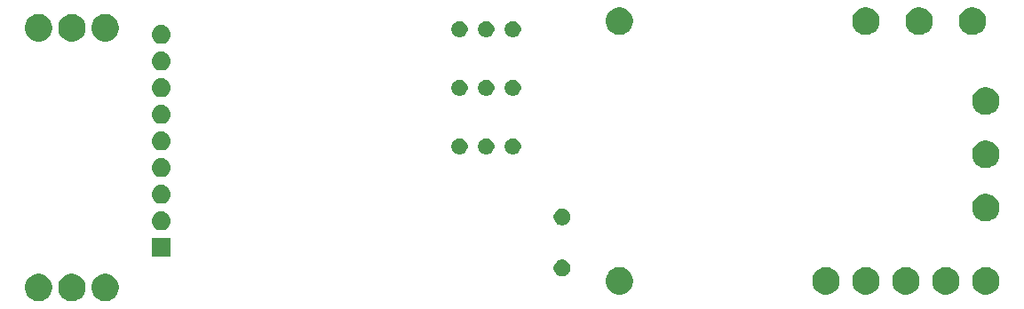
<source format=gbs>
G04 #@! TF.GenerationSoftware,KiCad,Pcbnew,(5.1.2)-1*
G04 #@! TF.CreationDate,2020-06-24T19:39:35+03:00*
G04 #@! TF.ProjectId,vector06c-rgb2tv,76656374-6f72-4303-9663-2d7267623274,rev?*
G04 #@! TF.SameCoordinates,Original*
G04 #@! TF.FileFunction,Soldermask,Bot*
G04 #@! TF.FilePolarity,Negative*
%FSLAX46Y46*%
G04 Gerber Fmt 4.6, Leading zero omitted, Abs format (unit mm)*
G04 Created by KiCad (PCBNEW (5.1.2)-1) date 2020-06-24 19:39:35*
%MOMM*%
%LPD*%
G04 APERTURE LIST*
%ADD10C,0.100000*%
G04 APERTURE END LIST*
D10*
G36*
X99947487Y-120668996D02*
G01*
X100184253Y-120767068D01*
X100184255Y-120767069D01*
X100292235Y-120839219D01*
X100397339Y-120909447D01*
X100578553Y-121090661D01*
X100720932Y-121303747D01*
X100819004Y-121540513D01*
X100869000Y-121791861D01*
X100869000Y-122048139D01*
X100819004Y-122299487D01*
X100721035Y-122536004D01*
X100720931Y-122536255D01*
X100578553Y-122749339D01*
X100397339Y-122930553D01*
X100184255Y-123072931D01*
X100184254Y-123072932D01*
X100184253Y-123072932D01*
X99947487Y-123171004D01*
X99696139Y-123221000D01*
X99439861Y-123221000D01*
X99188513Y-123171004D01*
X98951747Y-123072932D01*
X98951746Y-123072932D01*
X98951745Y-123072931D01*
X98738661Y-122930553D01*
X98557447Y-122749339D01*
X98415069Y-122536255D01*
X98414965Y-122536004D01*
X98316996Y-122299487D01*
X98267000Y-122048139D01*
X98267000Y-121791861D01*
X98316996Y-121540513D01*
X98415068Y-121303747D01*
X98557447Y-121090661D01*
X98738661Y-120909447D01*
X98843765Y-120839219D01*
X98951745Y-120767069D01*
X98951747Y-120767068D01*
X99188513Y-120668996D01*
X99439861Y-120619000D01*
X99696139Y-120619000D01*
X99947487Y-120668996D01*
X99947487Y-120668996D01*
G37*
G36*
X103122487Y-120668996D02*
G01*
X103359253Y-120767068D01*
X103359255Y-120767069D01*
X103467235Y-120839219D01*
X103572339Y-120909447D01*
X103753553Y-121090661D01*
X103895932Y-121303747D01*
X103994004Y-121540513D01*
X104044000Y-121791861D01*
X104044000Y-122048139D01*
X103994004Y-122299487D01*
X103896035Y-122536004D01*
X103895931Y-122536255D01*
X103753553Y-122749339D01*
X103572339Y-122930553D01*
X103359255Y-123072931D01*
X103359254Y-123072932D01*
X103359253Y-123072932D01*
X103122487Y-123171004D01*
X102871139Y-123221000D01*
X102614861Y-123221000D01*
X102363513Y-123171004D01*
X102126747Y-123072932D01*
X102126746Y-123072932D01*
X102126745Y-123072931D01*
X101913661Y-122930553D01*
X101732447Y-122749339D01*
X101590069Y-122536255D01*
X101589965Y-122536004D01*
X101491996Y-122299487D01*
X101442000Y-122048139D01*
X101442000Y-121791861D01*
X101491996Y-121540513D01*
X101590068Y-121303747D01*
X101732447Y-121090661D01*
X101913661Y-120909447D01*
X102018765Y-120839219D01*
X102126745Y-120767069D01*
X102126747Y-120767068D01*
X102363513Y-120668996D01*
X102614861Y-120619000D01*
X102871139Y-120619000D01*
X103122487Y-120668996D01*
X103122487Y-120668996D01*
G37*
G36*
X106297487Y-120668996D02*
G01*
X106534253Y-120767068D01*
X106534255Y-120767069D01*
X106642235Y-120839219D01*
X106747339Y-120909447D01*
X106928553Y-121090661D01*
X107070932Y-121303747D01*
X107169004Y-121540513D01*
X107219000Y-121791861D01*
X107219000Y-122048139D01*
X107169004Y-122299487D01*
X107071035Y-122536004D01*
X107070931Y-122536255D01*
X106928553Y-122749339D01*
X106747339Y-122930553D01*
X106534255Y-123072931D01*
X106534254Y-123072932D01*
X106534253Y-123072932D01*
X106297487Y-123171004D01*
X106046139Y-123221000D01*
X105789861Y-123221000D01*
X105538513Y-123171004D01*
X105301747Y-123072932D01*
X105301746Y-123072932D01*
X105301745Y-123072931D01*
X105088661Y-122930553D01*
X104907447Y-122749339D01*
X104765069Y-122536255D01*
X104764965Y-122536004D01*
X104666996Y-122299487D01*
X104617000Y-122048139D01*
X104617000Y-121791861D01*
X104666996Y-121540513D01*
X104765068Y-121303747D01*
X104907447Y-121090661D01*
X105088661Y-120909447D01*
X105193765Y-120839219D01*
X105301745Y-120767069D01*
X105301747Y-120767068D01*
X105538513Y-120668996D01*
X105789861Y-120619000D01*
X106046139Y-120619000D01*
X106297487Y-120668996D01*
X106297487Y-120668996D01*
G37*
G36*
X186434487Y-120033996D02*
G01*
X186671253Y-120132068D01*
X186671255Y-120132069D01*
X186884339Y-120274447D01*
X187065553Y-120455661D01*
X187148372Y-120579608D01*
X187207932Y-120668747D01*
X187306004Y-120905513D01*
X187356000Y-121156861D01*
X187356000Y-121413139D01*
X187306004Y-121664487D01*
X187253243Y-121791863D01*
X187207931Y-121901255D01*
X187065553Y-122114339D01*
X186884339Y-122295553D01*
X186671255Y-122437931D01*
X186671254Y-122437932D01*
X186671253Y-122437932D01*
X186434487Y-122536004D01*
X186183139Y-122586000D01*
X185926861Y-122586000D01*
X185675513Y-122536004D01*
X185438747Y-122437932D01*
X185438746Y-122437932D01*
X185438745Y-122437931D01*
X185225661Y-122295553D01*
X185044447Y-122114339D01*
X184902069Y-121901255D01*
X184856757Y-121791863D01*
X184803996Y-121664487D01*
X184754000Y-121413139D01*
X184754000Y-121156861D01*
X184803996Y-120905513D01*
X184902068Y-120668747D01*
X184961629Y-120579608D01*
X185044447Y-120455661D01*
X185225661Y-120274447D01*
X185438745Y-120132069D01*
X185438747Y-120132068D01*
X185675513Y-120033996D01*
X185926861Y-119984000D01*
X186183139Y-119984000D01*
X186434487Y-120033996D01*
X186434487Y-120033996D01*
G37*
G36*
X182624487Y-120033996D02*
G01*
X182861253Y-120132068D01*
X182861255Y-120132069D01*
X183074339Y-120274447D01*
X183255553Y-120455661D01*
X183338372Y-120579608D01*
X183397932Y-120668747D01*
X183496004Y-120905513D01*
X183546000Y-121156861D01*
X183546000Y-121413139D01*
X183496004Y-121664487D01*
X183443243Y-121791863D01*
X183397931Y-121901255D01*
X183255553Y-122114339D01*
X183074339Y-122295553D01*
X182861255Y-122437931D01*
X182861254Y-122437932D01*
X182861253Y-122437932D01*
X182624487Y-122536004D01*
X182373139Y-122586000D01*
X182116861Y-122586000D01*
X181865513Y-122536004D01*
X181628747Y-122437932D01*
X181628746Y-122437932D01*
X181628745Y-122437931D01*
X181415661Y-122295553D01*
X181234447Y-122114339D01*
X181092069Y-121901255D01*
X181046757Y-121791863D01*
X180993996Y-121664487D01*
X180944000Y-121413139D01*
X180944000Y-121156861D01*
X180993996Y-120905513D01*
X181092068Y-120668747D01*
X181151629Y-120579608D01*
X181234447Y-120455661D01*
X181415661Y-120274447D01*
X181628745Y-120132069D01*
X181628747Y-120132068D01*
X181865513Y-120033996D01*
X182116861Y-119984000D01*
X182373139Y-119984000D01*
X182624487Y-120033996D01*
X182624487Y-120033996D01*
G37*
G36*
X190244487Y-120033996D02*
G01*
X190481253Y-120132068D01*
X190481255Y-120132069D01*
X190694339Y-120274447D01*
X190875553Y-120455661D01*
X190958372Y-120579608D01*
X191017932Y-120668747D01*
X191116004Y-120905513D01*
X191166000Y-121156861D01*
X191166000Y-121413139D01*
X191116004Y-121664487D01*
X191063243Y-121791863D01*
X191017931Y-121901255D01*
X190875553Y-122114339D01*
X190694339Y-122295553D01*
X190481255Y-122437931D01*
X190481254Y-122437932D01*
X190481253Y-122437932D01*
X190244487Y-122536004D01*
X189993139Y-122586000D01*
X189736861Y-122586000D01*
X189485513Y-122536004D01*
X189248747Y-122437932D01*
X189248746Y-122437932D01*
X189248745Y-122437931D01*
X189035661Y-122295553D01*
X188854447Y-122114339D01*
X188712069Y-121901255D01*
X188666757Y-121791863D01*
X188613996Y-121664487D01*
X188564000Y-121413139D01*
X188564000Y-121156861D01*
X188613996Y-120905513D01*
X188712068Y-120668747D01*
X188771629Y-120579608D01*
X188854447Y-120455661D01*
X189035661Y-120274447D01*
X189248745Y-120132069D01*
X189248747Y-120132068D01*
X189485513Y-120033996D01*
X189736861Y-119984000D01*
X189993139Y-119984000D01*
X190244487Y-120033996D01*
X190244487Y-120033996D01*
G37*
G36*
X178814487Y-120033996D02*
G01*
X179051253Y-120132068D01*
X179051255Y-120132069D01*
X179264339Y-120274447D01*
X179445553Y-120455661D01*
X179528372Y-120579608D01*
X179587932Y-120668747D01*
X179686004Y-120905513D01*
X179736000Y-121156861D01*
X179736000Y-121413139D01*
X179686004Y-121664487D01*
X179633243Y-121791863D01*
X179587931Y-121901255D01*
X179445553Y-122114339D01*
X179264339Y-122295553D01*
X179051255Y-122437931D01*
X179051254Y-122437932D01*
X179051253Y-122437932D01*
X178814487Y-122536004D01*
X178563139Y-122586000D01*
X178306861Y-122586000D01*
X178055513Y-122536004D01*
X177818747Y-122437932D01*
X177818746Y-122437932D01*
X177818745Y-122437931D01*
X177605661Y-122295553D01*
X177424447Y-122114339D01*
X177282069Y-121901255D01*
X177236757Y-121791863D01*
X177183996Y-121664487D01*
X177134000Y-121413139D01*
X177134000Y-121156861D01*
X177183996Y-120905513D01*
X177282068Y-120668747D01*
X177341629Y-120579608D01*
X177424447Y-120455661D01*
X177605661Y-120274447D01*
X177818745Y-120132069D01*
X177818747Y-120132068D01*
X178055513Y-120033996D01*
X178306861Y-119984000D01*
X178563139Y-119984000D01*
X178814487Y-120033996D01*
X178814487Y-120033996D01*
G37*
G36*
X175004487Y-120033996D02*
G01*
X175241253Y-120132068D01*
X175241255Y-120132069D01*
X175454339Y-120274447D01*
X175635553Y-120455661D01*
X175718372Y-120579608D01*
X175777932Y-120668747D01*
X175876004Y-120905513D01*
X175926000Y-121156861D01*
X175926000Y-121413139D01*
X175876004Y-121664487D01*
X175823243Y-121791863D01*
X175777931Y-121901255D01*
X175635553Y-122114339D01*
X175454339Y-122295553D01*
X175241255Y-122437931D01*
X175241254Y-122437932D01*
X175241253Y-122437932D01*
X175004487Y-122536004D01*
X174753139Y-122586000D01*
X174496861Y-122586000D01*
X174245513Y-122536004D01*
X174008747Y-122437932D01*
X174008746Y-122437932D01*
X174008745Y-122437931D01*
X173795661Y-122295553D01*
X173614447Y-122114339D01*
X173472069Y-121901255D01*
X173426757Y-121791863D01*
X173373996Y-121664487D01*
X173324000Y-121413139D01*
X173324000Y-121156861D01*
X173373996Y-120905513D01*
X173472068Y-120668747D01*
X173531629Y-120579608D01*
X173614447Y-120455661D01*
X173795661Y-120274447D01*
X174008745Y-120132069D01*
X174008747Y-120132068D01*
X174245513Y-120033996D01*
X174496861Y-119984000D01*
X174753139Y-119984000D01*
X175004487Y-120033996D01*
X175004487Y-120033996D01*
G37*
G36*
X155319487Y-120033996D02*
G01*
X155556253Y-120132068D01*
X155556255Y-120132069D01*
X155769339Y-120274447D01*
X155950553Y-120455661D01*
X156033372Y-120579608D01*
X156092932Y-120668747D01*
X156191004Y-120905513D01*
X156241000Y-121156861D01*
X156241000Y-121413139D01*
X156191004Y-121664487D01*
X156138243Y-121791863D01*
X156092931Y-121901255D01*
X155950553Y-122114339D01*
X155769339Y-122295553D01*
X155556255Y-122437931D01*
X155556254Y-122437932D01*
X155556253Y-122437932D01*
X155319487Y-122536004D01*
X155068139Y-122586000D01*
X154811861Y-122586000D01*
X154560513Y-122536004D01*
X154323747Y-122437932D01*
X154323746Y-122437932D01*
X154323745Y-122437931D01*
X154110661Y-122295553D01*
X153929447Y-122114339D01*
X153787069Y-121901255D01*
X153741757Y-121791863D01*
X153688996Y-121664487D01*
X153639000Y-121413139D01*
X153639000Y-121156861D01*
X153688996Y-120905513D01*
X153787068Y-120668747D01*
X153846629Y-120579608D01*
X153929447Y-120455661D01*
X154110661Y-120274447D01*
X154323745Y-120132069D01*
X154323747Y-120132068D01*
X154560513Y-120033996D01*
X154811861Y-119984000D01*
X155068139Y-119984000D01*
X155319487Y-120033996D01*
X155319487Y-120033996D01*
G37*
G36*
X149712642Y-119298781D02*
G01*
X149858414Y-119359162D01*
X149858416Y-119359163D01*
X149989608Y-119446822D01*
X150101178Y-119558392D01*
X150188837Y-119689584D01*
X150188838Y-119689586D01*
X150249219Y-119835358D01*
X150280000Y-119990107D01*
X150280000Y-120147893D01*
X150249219Y-120302642D01*
X150188838Y-120448414D01*
X150188837Y-120448416D01*
X150101178Y-120579608D01*
X149989608Y-120691178D01*
X149858416Y-120778837D01*
X149858415Y-120778838D01*
X149858414Y-120778838D01*
X149712642Y-120839219D01*
X149557893Y-120870000D01*
X149400107Y-120870000D01*
X149245358Y-120839219D01*
X149099586Y-120778838D01*
X149099585Y-120778838D01*
X149099584Y-120778837D01*
X148968392Y-120691178D01*
X148856822Y-120579608D01*
X148769163Y-120448416D01*
X148769162Y-120448414D01*
X148708781Y-120302642D01*
X148678000Y-120147893D01*
X148678000Y-119990107D01*
X148708781Y-119835358D01*
X148769162Y-119689586D01*
X148769163Y-119689584D01*
X148856822Y-119558392D01*
X148968392Y-119446822D01*
X149099584Y-119359163D01*
X149099586Y-119359162D01*
X149245358Y-119298781D01*
X149400107Y-119268000D01*
X149557893Y-119268000D01*
X149712642Y-119298781D01*
X149712642Y-119298781D01*
G37*
G36*
X112153000Y-119011000D02*
G01*
X110351000Y-119011000D01*
X110351000Y-117209000D01*
X112153000Y-117209000D01*
X112153000Y-119011000D01*
X112153000Y-119011000D01*
G37*
G36*
X111362443Y-114675519D02*
G01*
X111428627Y-114682037D01*
X111598466Y-114733557D01*
X111754991Y-114817222D01*
X111790729Y-114846552D01*
X111892186Y-114929814D01*
X111975448Y-115031271D01*
X112004778Y-115067009D01*
X112088443Y-115223534D01*
X112139963Y-115393373D01*
X112157359Y-115570000D01*
X112139963Y-115746627D01*
X112088443Y-115916466D01*
X112004778Y-116072991D01*
X111975448Y-116108729D01*
X111892186Y-116210186D01*
X111790729Y-116293448D01*
X111754991Y-116322778D01*
X111598466Y-116406443D01*
X111428627Y-116457963D01*
X111362442Y-116464482D01*
X111296260Y-116471000D01*
X111207740Y-116471000D01*
X111141558Y-116464482D01*
X111075373Y-116457963D01*
X110905534Y-116406443D01*
X110749009Y-116322778D01*
X110713271Y-116293448D01*
X110611814Y-116210186D01*
X110528552Y-116108729D01*
X110499222Y-116072991D01*
X110415557Y-115916466D01*
X110364037Y-115746627D01*
X110346641Y-115570000D01*
X110364037Y-115393373D01*
X110415557Y-115223534D01*
X110499222Y-115067009D01*
X110528552Y-115031271D01*
X110611814Y-114929814D01*
X110713271Y-114846552D01*
X110749009Y-114817222D01*
X110905534Y-114733557D01*
X111075373Y-114682037D01*
X111141557Y-114675519D01*
X111207740Y-114669000D01*
X111296260Y-114669000D01*
X111362443Y-114675519D01*
X111362443Y-114675519D01*
G37*
G36*
X149712642Y-114418781D02*
G01*
X149858414Y-114479162D01*
X149858416Y-114479163D01*
X149989608Y-114566822D01*
X150101178Y-114678392D01*
X150138038Y-114733558D01*
X150188838Y-114809586D01*
X150249219Y-114955358D01*
X150280000Y-115110107D01*
X150280000Y-115267893D01*
X150249219Y-115422642D01*
X150236672Y-115452932D01*
X150188837Y-115568416D01*
X150101178Y-115699608D01*
X149989608Y-115811178D01*
X149858416Y-115898837D01*
X149858415Y-115898838D01*
X149858414Y-115898838D01*
X149712642Y-115959219D01*
X149557893Y-115990000D01*
X149400107Y-115990000D01*
X149245358Y-115959219D01*
X149099586Y-115898838D01*
X149099585Y-115898838D01*
X149099584Y-115898837D01*
X148968392Y-115811178D01*
X148856822Y-115699608D01*
X148769163Y-115568416D01*
X148721328Y-115452932D01*
X148708781Y-115422642D01*
X148678000Y-115267893D01*
X148678000Y-115110107D01*
X148708781Y-114955358D01*
X148769162Y-114809586D01*
X148819962Y-114733558D01*
X148856822Y-114678392D01*
X148968392Y-114566822D01*
X149099584Y-114479163D01*
X149099586Y-114479162D01*
X149245358Y-114418781D01*
X149400107Y-114388000D01*
X149557893Y-114388000D01*
X149712642Y-114418781D01*
X149712642Y-114418781D01*
G37*
G36*
X190244487Y-113048996D02*
G01*
X190481253Y-113147068D01*
X190481255Y-113147069D01*
X190694339Y-113289447D01*
X190875553Y-113470661D01*
X191008871Y-113670185D01*
X191017932Y-113683747D01*
X191116004Y-113920513D01*
X191166000Y-114171861D01*
X191166000Y-114428139D01*
X191116004Y-114679487D01*
X191058952Y-114817222D01*
X191017931Y-114916255D01*
X190875553Y-115129339D01*
X190694339Y-115310553D01*
X190481255Y-115452931D01*
X190481254Y-115452932D01*
X190481253Y-115452932D01*
X190244487Y-115551004D01*
X189993139Y-115601000D01*
X189736861Y-115601000D01*
X189485513Y-115551004D01*
X189248747Y-115452932D01*
X189248746Y-115452932D01*
X189248745Y-115452931D01*
X189035661Y-115310553D01*
X188854447Y-115129339D01*
X188712069Y-114916255D01*
X188671048Y-114817222D01*
X188613996Y-114679487D01*
X188564000Y-114428139D01*
X188564000Y-114171861D01*
X188613996Y-113920513D01*
X188712068Y-113683747D01*
X188721130Y-113670185D01*
X188854447Y-113470661D01*
X189035661Y-113289447D01*
X189248745Y-113147069D01*
X189248747Y-113147068D01*
X189485513Y-113048996D01*
X189736861Y-112999000D01*
X189993139Y-112999000D01*
X190244487Y-113048996D01*
X190244487Y-113048996D01*
G37*
G36*
X111362443Y-112135519D02*
G01*
X111428627Y-112142037D01*
X111598466Y-112193557D01*
X111754991Y-112277222D01*
X111790729Y-112306552D01*
X111892186Y-112389814D01*
X111975448Y-112491271D01*
X112004778Y-112527009D01*
X112088443Y-112683534D01*
X112139963Y-112853373D01*
X112157359Y-113030000D01*
X112139963Y-113206627D01*
X112088443Y-113376466D01*
X112004778Y-113532991D01*
X111975448Y-113568729D01*
X111892186Y-113670186D01*
X111790729Y-113753448D01*
X111754991Y-113782778D01*
X111598466Y-113866443D01*
X111428627Y-113917963D01*
X111362443Y-113924481D01*
X111296260Y-113931000D01*
X111207740Y-113931000D01*
X111141557Y-113924481D01*
X111075373Y-113917963D01*
X110905534Y-113866443D01*
X110749009Y-113782778D01*
X110713271Y-113753448D01*
X110611814Y-113670186D01*
X110528552Y-113568729D01*
X110499222Y-113532991D01*
X110415557Y-113376466D01*
X110364037Y-113206627D01*
X110346641Y-113030000D01*
X110364037Y-112853373D01*
X110415557Y-112683534D01*
X110499222Y-112527009D01*
X110528552Y-112491271D01*
X110611814Y-112389814D01*
X110713271Y-112306552D01*
X110749009Y-112277222D01*
X110905534Y-112193557D01*
X111075373Y-112142037D01*
X111141557Y-112135519D01*
X111207740Y-112129000D01*
X111296260Y-112129000D01*
X111362443Y-112135519D01*
X111362443Y-112135519D01*
G37*
G36*
X111362442Y-109595518D02*
G01*
X111428627Y-109602037D01*
X111598466Y-109653557D01*
X111754991Y-109737222D01*
X111790729Y-109766552D01*
X111892186Y-109849814D01*
X111975448Y-109951271D01*
X112004778Y-109987009D01*
X112088443Y-110143534D01*
X112139963Y-110313373D01*
X112157359Y-110490000D01*
X112139963Y-110666627D01*
X112088443Y-110836466D01*
X112004778Y-110992991D01*
X111975448Y-111028729D01*
X111892186Y-111130186D01*
X111790729Y-111213448D01*
X111754991Y-111242778D01*
X111598466Y-111326443D01*
X111428627Y-111377963D01*
X111362443Y-111384481D01*
X111296260Y-111391000D01*
X111207740Y-111391000D01*
X111141557Y-111384481D01*
X111075373Y-111377963D01*
X110905534Y-111326443D01*
X110749009Y-111242778D01*
X110713271Y-111213448D01*
X110611814Y-111130186D01*
X110528552Y-111028729D01*
X110499222Y-110992991D01*
X110415557Y-110836466D01*
X110364037Y-110666627D01*
X110346641Y-110490000D01*
X110364037Y-110313373D01*
X110415557Y-110143534D01*
X110499222Y-109987009D01*
X110528552Y-109951271D01*
X110611814Y-109849814D01*
X110713271Y-109766552D01*
X110749009Y-109737222D01*
X110905534Y-109653557D01*
X111075373Y-109602037D01*
X111141558Y-109595518D01*
X111207740Y-109589000D01*
X111296260Y-109589000D01*
X111362442Y-109595518D01*
X111362442Y-109595518D01*
G37*
G36*
X190244487Y-107968996D02*
G01*
X190481253Y-108067068D01*
X190481255Y-108067069D01*
X190694339Y-108209447D01*
X190875553Y-108390661D01*
X191008871Y-108590185D01*
X191017932Y-108603747D01*
X191116004Y-108840513D01*
X191166000Y-109091861D01*
X191166000Y-109348139D01*
X191116004Y-109599487D01*
X191058952Y-109737222D01*
X191017931Y-109836255D01*
X190875553Y-110049339D01*
X190694339Y-110230553D01*
X190481255Y-110372931D01*
X190481254Y-110372932D01*
X190481253Y-110372932D01*
X190244487Y-110471004D01*
X189993139Y-110521000D01*
X189736861Y-110521000D01*
X189485513Y-110471004D01*
X189248747Y-110372932D01*
X189248746Y-110372932D01*
X189248745Y-110372931D01*
X189035661Y-110230553D01*
X188854447Y-110049339D01*
X188712069Y-109836255D01*
X188671048Y-109737222D01*
X188613996Y-109599487D01*
X188564000Y-109348139D01*
X188564000Y-109091861D01*
X188613996Y-108840513D01*
X188712068Y-108603747D01*
X188721130Y-108590185D01*
X188854447Y-108390661D01*
X189035661Y-108209447D01*
X189248745Y-108067069D01*
X189248747Y-108067068D01*
X189485513Y-107968996D01*
X189736861Y-107919000D01*
X189993139Y-107919000D01*
X190244487Y-107968996D01*
X190244487Y-107968996D01*
G37*
G36*
X139825589Y-107696876D02*
G01*
X139924893Y-107716629D01*
X140065206Y-107774748D01*
X140191484Y-107859125D01*
X140298875Y-107966516D01*
X140383252Y-108092794D01*
X140441371Y-108233107D01*
X140471000Y-108382063D01*
X140471000Y-108533937D01*
X140441371Y-108682893D01*
X140383252Y-108823206D01*
X140298875Y-108949484D01*
X140191484Y-109056875D01*
X140065206Y-109141252D01*
X139924893Y-109199371D01*
X139825589Y-109219124D01*
X139775938Y-109229000D01*
X139624062Y-109229000D01*
X139574411Y-109219124D01*
X139475107Y-109199371D01*
X139334794Y-109141252D01*
X139208516Y-109056875D01*
X139101125Y-108949484D01*
X139016748Y-108823206D01*
X138958629Y-108682893D01*
X138929000Y-108533937D01*
X138929000Y-108382063D01*
X138958629Y-108233107D01*
X139016748Y-108092794D01*
X139101125Y-107966516D01*
X139208516Y-107859125D01*
X139334794Y-107774748D01*
X139475107Y-107716629D01*
X139574411Y-107696876D01*
X139624062Y-107687000D01*
X139775938Y-107687000D01*
X139825589Y-107696876D01*
X139825589Y-107696876D01*
G37*
G36*
X144905589Y-107696876D02*
G01*
X145004893Y-107716629D01*
X145145206Y-107774748D01*
X145271484Y-107859125D01*
X145378875Y-107966516D01*
X145463252Y-108092794D01*
X145521371Y-108233107D01*
X145551000Y-108382063D01*
X145551000Y-108533937D01*
X145521371Y-108682893D01*
X145463252Y-108823206D01*
X145378875Y-108949484D01*
X145271484Y-109056875D01*
X145145206Y-109141252D01*
X145004893Y-109199371D01*
X144905589Y-109219124D01*
X144855938Y-109229000D01*
X144704062Y-109229000D01*
X144654411Y-109219124D01*
X144555107Y-109199371D01*
X144414794Y-109141252D01*
X144288516Y-109056875D01*
X144181125Y-108949484D01*
X144096748Y-108823206D01*
X144038629Y-108682893D01*
X144009000Y-108533937D01*
X144009000Y-108382063D01*
X144038629Y-108233107D01*
X144096748Y-108092794D01*
X144181125Y-107966516D01*
X144288516Y-107859125D01*
X144414794Y-107774748D01*
X144555107Y-107716629D01*
X144654411Y-107696876D01*
X144704062Y-107687000D01*
X144855938Y-107687000D01*
X144905589Y-107696876D01*
X144905589Y-107696876D01*
G37*
G36*
X142365589Y-107696876D02*
G01*
X142464893Y-107716629D01*
X142605206Y-107774748D01*
X142731484Y-107859125D01*
X142838875Y-107966516D01*
X142923252Y-108092794D01*
X142981371Y-108233107D01*
X143011000Y-108382063D01*
X143011000Y-108533937D01*
X142981371Y-108682893D01*
X142923252Y-108823206D01*
X142838875Y-108949484D01*
X142731484Y-109056875D01*
X142605206Y-109141252D01*
X142464893Y-109199371D01*
X142365589Y-109219124D01*
X142315938Y-109229000D01*
X142164062Y-109229000D01*
X142114411Y-109219124D01*
X142015107Y-109199371D01*
X141874794Y-109141252D01*
X141748516Y-109056875D01*
X141641125Y-108949484D01*
X141556748Y-108823206D01*
X141498629Y-108682893D01*
X141469000Y-108533937D01*
X141469000Y-108382063D01*
X141498629Y-108233107D01*
X141556748Y-108092794D01*
X141641125Y-107966516D01*
X141748516Y-107859125D01*
X141874794Y-107774748D01*
X142015107Y-107716629D01*
X142114411Y-107696876D01*
X142164062Y-107687000D01*
X142315938Y-107687000D01*
X142365589Y-107696876D01*
X142365589Y-107696876D01*
G37*
G36*
X111362442Y-107055518D02*
G01*
X111428627Y-107062037D01*
X111598466Y-107113557D01*
X111754991Y-107197222D01*
X111790729Y-107226552D01*
X111892186Y-107309814D01*
X111975448Y-107411271D01*
X112004778Y-107447009D01*
X112088443Y-107603534D01*
X112139963Y-107773373D01*
X112157359Y-107950000D01*
X112139963Y-108126627D01*
X112088443Y-108296466D01*
X112004778Y-108452991D01*
X111975448Y-108488729D01*
X111892186Y-108590186D01*
X111790729Y-108673448D01*
X111754991Y-108702778D01*
X111598466Y-108786443D01*
X111428627Y-108837963D01*
X111362442Y-108844482D01*
X111296260Y-108851000D01*
X111207740Y-108851000D01*
X111141558Y-108844482D01*
X111075373Y-108837963D01*
X110905534Y-108786443D01*
X110749009Y-108702778D01*
X110713271Y-108673448D01*
X110611814Y-108590186D01*
X110528552Y-108488729D01*
X110499222Y-108452991D01*
X110415557Y-108296466D01*
X110364037Y-108126627D01*
X110346641Y-107950000D01*
X110364037Y-107773373D01*
X110415557Y-107603534D01*
X110499222Y-107447009D01*
X110528552Y-107411271D01*
X110611814Y-107309814D01*
X110713271Y-107226552D01*
X110749009Y-107197222D01*
X110905534Y-107113557D01*
X111075373Y-107062037D01*
X111141558Y-107055518D01*
X111207740Y-107049000D01*
X111296260Y-107049000D01*
X111362442Y-107055518D01*
X111362442Y-107055518D01*
G37*
G36*
X111362443Y-104515519D02*
G01*
X111428627Y-104522037D01*
X111598466Y-104573557D01*
X111754991Y-104657222D01*
X111790729Y-104686552D01*
X111892186Y-104769814D01*
X111975448Y-104871271D01*
X112004778Y-104907009D01*
X112088443Y-105063534D01*
X112139963Y-105233373D01*
X112157359Y-105410000D01*
X112139963Y-105586627D01*
X112088443Y-105756466D01*
X112004778Y-105912991D01*
X111975448Y-105948729D01*
X111892186Y-106050186D01*
X111790729Y-106133448D01*
X111754991Y-106162778D01*
X111598466Y-106246443D01*
X111428627Y-106297963D01*
X111362442Y-106304482D01*
X111296260Y-106311000D01*
X111207740Y-106311000D01*
X111141558Y-106304482D01*
X111075373Y-106297963D01*
X110905534Y-106246443D01*
X110749009Y-106162778D01*
X110713271Y-106133448D01*
X110611814Y-106050186D01*
X110528552Y-105948729D01*
X110499222Y-105912991D01*
X110415557Y-105756466D01*
X110364037Y-105586627D01*
X110346641Y-105410000D01*
X110364037Y-105233373D01*
X110415557Y-105063534D01*
X110499222Y-104907009D01*
X110528552Y-104871271D01*
X110611814Y-104769814D01*
X110713271Y-104686552D01*
X110749009Y-104657222D01*
X110905534Y-104573557D01*
X111075373Y-104522037D01*
X111141557Y-104515519D01*
X111207740Y-104509000D01*
X111296260Y-104509000D01*
X111362443Y-104515519D01*
X111362443Y-104515519D01*
G37*
G36*
X190244487Y-102888996D02*
G01*
X190481253Y-102987068D01*
X190481255Y-102987069D01*
X190694339Y-103129447D01*
X190875553Y-103310661D01*
X191008871Y-103510185D01*
X191017932Y-103523747D01*
X191116004Y-103760513D01*
X191166000Y-104011861D01*
X191166000Y-104268139D01*
X191116004Y-104519487D01*
X191058952Y-104657222D01*
X191017931Y-104756255D01*
X190875553Y-104969339D01*
X190694339Y-105150553D01*
X190481255Y-105292931D01*
X190481254Y-105292932D01*
X190481253Y-105292932D01*
X190244487Y-105391004D01*
X189993139Y-105441000D01*
X189736861Y-105441000D01*
X189485513Y-105391004D01*
X189248747Y-105292932D01*
X189248746Y-105292932D01*
X189248745Y-105292931D01*
X189035661Y-105150553D01*
X188854447Y-104969339D01*
X188712069Y-104756255D01*
X188671048Y-104657222D01*
X188613996Y-104519487D01*
X188564000Y-104268139D01*
X188564000Y-104011861D01*
X188613996Y-103760513D01*
X188712068Y-103523747D01*
X188721130Y-103510185D01*
X188854447Y-103310661D01*
X189035661Y-103129447D01*
X189248745Y-102987069D01*
X189248747Y-102987068D01*
X189485513Y-102888996D01*
X189736861Y-102839000D01*
X189993139Y-102839000D01*
X190244487Y-102888996D01*
X190244487Y-102888996D01*
G37*
G36*
X111362442Y-101975518D02*
G01*
X111428627Y-101982037D01*
X111598466Y-102033557D01*
X111754991Y-102117222D01*
X111768890Y-102128629D01*
X111892186Y-102229814D01*
X111975448Y-102331271D01*
X112004778Y-102367009D01*
X112088443Y-102523534D01*
X112139963Y-102693373D01*
X112157359Y-102870000D01*
X112139963Y-103046627D01*
X112088443Y-103216466D01*
X112004778Y-103372991D01*
X111975448Y-103408729D01*
X111892186Y-103510186D01*
X111790729Y-103593448D01*
X111754991Y-103622778D01*
X111598466Y-103706443D01*
X111428627Y-103757963D01*
X111362443Y-103764481D01*
X111296260Y-103771000D01*
X111207740Y-103771000D01*
X111141557Y-103764481D01*
X111075373Y-103757963D01*
X110905534Y-103706443D01*
X110749009Y-103622778D01*
X110713271Y-103593448D01*
X110611814Y-103510186D01*
X110528552Y-103408729D01*
X110499222Y-103372991D01*
X110415557Y-103216466D01*
X110364037Y-103046627D01*
X110346641Y-102870000D01*
X110364037Y-102693373D01*
X110415557Y-102523534D01*
X110499222Y-102367009D01*
X110528552Y-102331271D01*
X110611814Y-102229814D01*
X110735110Y-102128629D01*
X110749009Y-102117222D01*
X110905534Y-102033557D01*
X111075373Y-101982037D01*
X111141558Y-101975518D01*
X111207740Y-101969000D01*
X111296260Y-101969000D01*
X111362442Y-101975518D01*
X111362442Y-101975518D01*
G37*
G36*
X139825589Y-102108876D02*
G01*
X139924893Y-102128629D01*
X140065206Y-102186748D01*
X140191484Y-102271125D01*
X140298875Y-102378516D01*
X140383252Y-102504794D01*
X140441371Y-102645107D01*
X140471000Y-102794063D01*
X140471000Y-102945937D01*
X140441371Y-103094893D01*
X140383252Y-103235206D01*
X140298875Y-103361484D01*
X140191484Y-103468875D01*
X140065206Y-103553252D01*
X139924893Y-103611371D01*
X139825589Y-103631124D01*
X139775938Y-103641000D01*
X139624062Y-103641000D01*
X139574411Y-103631124D01*
X139475107Y-103611371D01*
X139334794Y-103553252D01*
X139208516Y-103468875D01*
X139101125Y-103361484D01*
X139016748Y-103235206D01*
X138958629Y-103094893D01*
X138929000Y-102945937D01*
X138929000Y-102794063D01*
X138958629Y-102645107D01*
X139016748Y-102504794D01*
X139101125Y-102378516D01*
X139208516Y-102271125D01*
X139334794Y-102186748D01*
X139475107Y-102128629D01*
X139574411Y-102108876D01*
X139624062Y-102099000D01*
X139775938Y-102099000D01*
X139825589Y-102108876D01*
X139825589Y-102108876D01*
G37*
G36*
X142365589Y-102108876D02*
G01*
X142464893Y-102128629D01*
X142605206Y-102186748D01*
X142731484Y-102271125D01*
X142838875Y-102378516D01*
X142923252Y-102504794D01*
X142981371Y-102645107D01*
X143011000Y-102794063D01*
X143011000Y-102945937D01*
X142981371Y-103094893D01*
X142923252Y-103235206D01*
X142838875Y-103361484D01*
X142731484Y-103468875D01*
X142605206Y-103553252D01*
X142464893Y-103611371D01*
X142365589Y-103631124D01*
X142315938Y-103641000D01*
X142164062Y-103641000D01*
X142114411Y-103631124D01*
X142015107Y-103611371D01*
X141874794Y-103553252D01*
X141748516Y-103468875D01*
X141641125Y-103361484D01*
X141556748Y-103235206D01*
X141498629Y-103094893D01*
X141469000Y-102945937D01*
X141469000Y-102794063D01*
X141498629Y-102645107D01*
X141556748Y-102504794D01*
X141641125Y-102378516D01*
X141748516Y-102271125D01*
X141874794Y-102186748D01*
X142015107Y-102128629D01*
X142114411Y-102108876D01*
X142164062Y-102099000D01*
X142315938Y-102099000D01*
X142365589Y-102108876D01*
X142365589Y-102108876D01*
G37*
G36*
X144905589Y-102108876D02*
G01*
X145004893Y-102128629D01*
X145145206Y-102186748D01*
X145271484Y-102271125D01*
X145378875Y-102378516D01*
X145463252Y-102504794D01*
X145521371Y-102645107D01*
X145551000Y-102794063D01*
X145551000Y-102945937D01*
X145521371Y-103094893D01*
X145463252Y-103235206D01*
X145378875Y-103361484D01*
X145271484Y-103468875D01*
X145145206Y-103553252D01*
X145004893Y-103611371D01*
X144905589Y-103631124D01*
X144855938Y-103641000D01*
X144704062Y-103641000D01*
X144654411Y-103631124D01*
X144555107Y-103611371D01*
X144414794Y-103553252D01*
X144288516Y-103468875D01*
X144181125Y-103361484D01*
X144096748Y-103235206D01*
X144038629Y-103094893D01*
X144009000Y-102945937D01*
X144009000Y-102794063D01*
X144038629Y-102645107D01*
X144096748Y-102504794D01*
X144181125Y-102378516D01*
X144288516Y-102271125D01*
X144414794Y-102186748D01*
X144555107Y-102128629D01*
X144654411Y-102108876D01*
X144704062Y-102099000D01*
X144855938Y-102099000D01*
X144905589Y-102108876D01*
X144905589Y-102108876D01*
G37*
G36*
X111362443Y-99435519D02*
G01*
X111428627Y-99442037D01*
X111598466Y-99493557D01*
X111754991Y-99577222D01*
X111790729Y-99606552D01*
X111892186Y-99689814D01*
X111975448Y-99791271D01*
X112004778Y-99827009D01*
X112088443Y-99983534D01*
X112139963Y-100153373D01*
X112157359Y-100330000D01*
X112139963Y-100506627D01*
X112088443Y-100676466D01*
X112004778Y-100832991D01*
X111975448Y-100868729D01*
X111892186Y-100970186D01*
X111790729Y-101053448D01*
X111754991Y-101082778D01*
X111598466Y-101166443D01*
X111428627Y-101217963D01*
X111362443Y-101224481D01*
X111296260Y-101231000D01*
X111207740Y-101231000D01*
X111141558Y-101224482D01*
X111075373Y-101217963D01*
X110905534Y-101166443D01*
X110749009Y-101082778D01*
X110713271Y-101053448D01*
X110611814Y-100970186D01*
X110528552Y-100868729D01*
X110499222Y-100832991D01*
X110415557Y-100676466D01*
X110364037Y-100506627D01*
X110346641Y-100330000D01*
X110364037Y-100153373D01*
X110415557Y-99983534D01*
X110499222Y-99827009D01*
X110528552Y-99791271D01*
X110611814Y-99689814D01*
X110713271Y-99606552D01*
X110749009Y-99577222D01*
X110905534Y-99493557D01*
X111075373Y-99442037D01*
X111141558Y-99435518D01*
X111207740Y-99429000D01*
X111296260Y-99429000D01*
X111362443Y-99435519D01*
X111362443Y-99435519D01*
G37*
G36*
X111362442Y-96895518D02*
G01*
X111428627Y-96902037D01*
X111598466Y-96953557D01*
X111754991Y-97037222D01*
X111779221Y-97057107D01*
X111892186Y-97149814D01*
X111975448Y-97251271D01*
X112004778Y-97287009D01*
X112088443Y-97443534D01*
X112139963Y-97613373D01*
X112157359Y-97790000D01*
X112139963Y-97966627D01*
X112088443Y-98136466D01*
X112004778Y-98292991D01*
X111992517Y-98307931D01*
X111892186Y-98430186D01*
X111790729Y-98513448D01*
X111754991Y-98542778D01*
X111598466Y-98626443D01*
X111428627Y-98677963D01*
X111362442Y-98684482D01*
X111296260Y-98691000D01*
X111207740Y-98691000D01*
X111141558Y-98684482D01*
X111075373Y-98677963D01*
X110905534Y-98626443D01*
X110749009Y-98542778D01*
X110713271Y-98513448D01*
X110611814Y-98430186D01*
X110511483Y-98307931D01*
X110499222Y-98292991D01*
X110415557Y-98136466D01*
X110364037Y-97966627D01*
X110346641Y-97790000D01*
X110364037Y-97613373D01*
X110415557Y-97443534D01*
X110499222Y-97287009D01*
X110528552Y-97251271D01*
X110611814Y-97149814D01*
X110724779Y-97057107D01*
X110749009Y-97037222D01*
X110905534Y-96953557D01*
X111075373Y-96902037D01*
X111141558Y-96895518D01*
X111207740Y-96889000D01*
X111296260Y-96889000D01*
X111362442Y-96895518D01*
X111362442Y-96895518D01*
G37*
G36*
X106297487Y-95903996D02*
G01*
X106534253Y-96002068D01*
X106534255Y-96002069D01*
X106741450Y-96140512D01*
X106747339Y-96144447D01*
X106928553Y-96325661D01*
X107070932Y-96538747D01*
X107169004Y-96775513D01*
X107219000Y-97026861D01*
X107219000Y-97283139D01*
X107169004Y-97534487D01*
X107071035Y-97771004D01*
X107070931Y-97771255D01*
X106928553Y-97984339D01*
X106747339Y-98165553D01*
X106534255Y-98307931D01*
X106534254Y-98307932D01*
X106534253Y-98307932D01*
X106297487Y-98406004D01*
X106046139Y-98456000D01*
X105789861Y-98456000D01*
X105538513Y-98406004D01*
X105301747Y-98307932D01*
X105301746Y-98307932D01*
X105301745Y-98307931D01*
X105088661Y-98165553D01*
X104907447Y-97984339D01*
X104765069Y-97771255D01*
X104764965Y-97771004D01*
X104666996Y-97534487D01*
X104617000Y-97283139D01*
X104617000Y-97026861D01*
X104666996Y-96775513D01*
X104765068Y-96538747D01*
X104907447Y-96325661D01*
X105088661Y-96144447D01*
X105094550Y-96140512D01*
X105301745Y-96002069D01*
X105301747Y-96002068D01*
X105538513Y-95903996D01*
X105789861Y-95854000D01*
X106046139Y-95854000D01*
X106297487Y-95903996D01*
X106297487Y-95903996D01*
G37*
G36*
X103122487Y-95903996D02*
G01*
X103359253Y-96002068D01*
X103359255Y-96002069D01*
X103566450Y-96140512D01*
X103572339Y-96144447D01*
X103753553Y-96325661D01*
X103895932Y-96538747D01*
X103994004Y-96775513D01*
X104044000Y-97026861D01*
X104044000Y-97283139D01*
X103994004Y-97534487D01*
X103896035Y-97771004D01*
X103895931Y-97771255D01*
X103753553Y-97984339D01*
X103572339Y-98165553D01*
X103359255Y-98307931D01*
X103359254Y-98307932D01*
X103359253Y-98307932D01*
X103122487Y-98406004D01*
X102871139Y-98456000D01*
X102614861Y-98456000D01*
X102363513Y-98406004D01*
X102126747Y-98307932D01*
X102126746Y-98307932D01*
X102126745Y-98307931D01*
X101913661Y-98165553D01*
X101732447Y-97984339D01*
X101590069Y-97771255D01*
X101589965Y-97771004D01*
X101491996Y-97534487D01*
X101442000Y-97283139D01*
X101442000Y-97026861D01*
X101491996Y-96775513D01*
X101590068Y-96538747D01*
X101732447Y-96325661D01*
X101913661Y-96144447D01*
X101919550Y-96140512D01*
X102126745Y-96002069D01*
X102126747Y-96002068D01*
X102363513Y-95903996D01*
X102614861Y-95854000D01*
X102871139Y-95854000D01*
X103122487Y-95903996D01*
X103122487Y-95903996D01*
G37*
G36*
X99947487Y-95903996D02*
G01*
X100184253Y-96002068D01*
X100184255Y-96002069D01*
X100391450Y-96140512D01*
X100397339Y-96144447D01*
X100578553Y-96325661D01*
X100720932Y-96538747D01*
X100819004Y-96775513D01*
X100869000Y-97026861D01*
X100869000Y-97283139D01*
X100819004Y-97534487D01*
X100721035Y-97771004D01*
X100720931Y-97771255D01*
X100578553Y-97984339D01*
X100397339Y-98165553D01*
X100184255Y-98307931D01*
X100184254Y-98307932D01*
X100184253Y-98307932D01*
X99947487Y-98406004D01*
X99696139Y-98456000D01*
X99439861Y-98456000D01*
X99188513Y-98406004D01*
X98951747Y-98307932D01*
X98951746Y-98307932D01*
X98951745Y-98307931D01*
X98738661Y-98165553D01*
X98557447Y-97984339D01*
X98415069Y-97771255D01*
X98414965Y-97771004D01*
X98316996Y-97534487D01*
X98267000Y-97283139D01*
X98267000Y-97026861D01*
X98316996Y-96775513D01*
X98415068Y-96538747D01*
X98557447Y-96325661D01*
X98738661Y-96144447D01*
X98744550Y-96140512D01*
X98951745Y-96002069D01*
X98951747Y-96002068D01*
X99188513Y-95903996D01*
X99439861Y-95854000D01*
X99696139Y-95854000D01*
X99947487Y-95903996D01*
X99947487Y-95903996D01*
G37*
G36*
X142365589Y-96520876D02*
G01*
X142464893Y-96540629D01*
X142605206Y-96598748D01*
X142731484Y-96683125D01*
X142838875Y-96790516D01*
X142923252Y-96916794D01*
X142981371Y-97057107D01*
X143011000Y-97206063D01*
X143011000Y-97357937D01*
X142981371Y-97506893D01*
X142923252Y-97647206D01*
X142838875Y-97773484D01*
X142731484Y-97880875D01*
X142605206Y-97965252D01*
X142464893Y-98023371D01*
X142365589Y-98043124D01*
X142315938Y-98053000D01*
X142164062Y-98053000D01*
X142114411Y-98043124D01*
X142015107Y-98023371D01*
X141874794Y-97965252D01*
X141748516Y-97880875D01*
X141641125Y-97773484D01*
X141556748Y-97647206D01*
X141498629Y-97506893D01*
X141469000Y-97357937D01*
X141469000Y-97206063D01*
X141498629Y-97057107D01*
X141556748Y-96916794D01*
X141641125Y-96790516D01*
X141748516Y-96683125D01*
X141874794Y-96598748D01*
X142015107Y-96540629D01*
X142114411Y-96520876D01*
X142164062Y-96511000D01*
X142315938Y-96511000D01*
X142365589Y-96520876D01*
X142365589Y-96520876D01*
G37*
G36*
X144905589Y-96520876D02*
G01*
X145004893Y-96540629D01*
X145145206Y-96598748D01*
X145271484Y-96683125D01*
X145378875Y-96790516D01*
X145463252Y-96916794D01*
X145521371Y-97057107D01*
X145551000Y-97206063D01*
X145551000Y-97357937D01*
X145521371Y-97506893D01*
X145463252Y-97647206D01*
X145378875Y-97773484D01*
X145271484Y-97880875D01*
X145145206Y-97965252D01*
X145004893Y-98023371D01*
X144905589Y-98043124D01*
X144855938Y-98053000D01*
X144704062Y-98053000D01*
X144654411Y-98043124D01*
X144555107Y-98023371D01*
X144414794Y-97965252D01*
X144288516Y-97880875D01*
X144181125Y-97773484D01*
X144096748Y-97647206D01*
X144038629Y-97506893D01*
X144009000Y-97357937D01*
X144009000Y-97206063D01*
X144038629Y-97057107D01*
X144096748Y-96916794D01*
X144181125Y-96790516D01*
X144288516Y-96683125D01*
X144414794Y-96598748D01*
X144555107Y-96540629D01*
X144654411Y-96520876D01*
X144704062Y-96511000D01*
X144855938Y-96511000D01*
X144905589Y-96520876D01*
X144905589Y-96520876D01*
G37*
G36*
X139825589Y-96520876D02*
G01*
X139924893Y-96540629D01*
X140065206Y-96598748D01*
X140191484Y-96683125D01*
X140298875Y-96790516D01*
X140383252Y-96916794D01*
X140441371Y-97057107D01*
X140471000Y-97206063D01*
X140471000Y-97357937D01*
X140441371Y-97506893D01*
X140383252Y-97647206D01*
X140298875Y-97773484D01*
X140191484Y-97880875D01*
X140065206Y-97965252D01*
X139924893Y-98023371D01*
X139825589Y-98043124D01*
X139775938Y-98053000D01*
X139624062Y-98053000D01*
X139574411Y-98043124D01*
X139475107Y-98023371D01*
X139334794Y-97965252D01*
X139208516Y-97880875D01*
X139101125Y-97773484D01*
X139016748Y-97647206D01*
X138958629Y-97506893D01*
X138929000Y-97357937D01*
X138929000Y-97206063D01*
X138958629Y-97057107D01*
X139016748Y-96916794D01*
X139101125Y-96790516D01*
X139208516Y-96683125D01*
X139334794Y-96598748D01*
X139475107Y-96540629D01*
X139574411Y-96520876D01*
X139624062Y-96511000D01*
X139775938Y-96511000D01*
X139825589Y-96520876D01*
X139825589Y-96520876D01*
G37*
G36*
X188974487Y-95268996D02*
G01*
X189211253Y-95367068D01*
X189211255Y-95367069D01*
X189424339Y-95509447D01*
X189605553Y-95690661D01*
X189747932Y-95903747D01*
X189846004Y-96140513D01*
X189896000Y-96391861D01*
X189896000Y-96648139D01*
X189846004Y-96899487D01*
X189747932Y-97136253D01*
X189747931Y-97136255D01*
X189605553Y-97349339D01*
X189424339Y-97530553D01*
X189211255Y-97672931D01*
X189211254Y-97672932D01*
X189211253Y-97672932D01*
X188974487Y-97771004D01*
X188723139Y-97821000D01*
X188466861Y-97821000D01*
X188215513Y-97771004D01*
X187978747Y-97672932D01*
X187978746Y-97672932D01*
X187978745Y-97672931D01*
X187765661Y-97530553D01*
X187584447Y-97349339D01*
X187442069Y-97136255D01*
X187442068Y-97136253D01*
X187343996Y-96899487D01*
X187294000Y-96648139D01*
X187294000Y-96391861D01*
X187343996Y-96140513D01*
X187442068Y-95903747D01*
X187584447Y-95690661D01*
X187765661Y-95509447D01*
X187978745Y-95367069D01*
X187978747Y-95367068D01*
X188215513Y-95268996D01*
X188466861Y-95219000D01*
X188723139Y-95219000D01*
X188974487Y-95268996D01*
X188974487Y-95268996D01*
G37*
G36*
X183894487Y-95268996D02*
G01*
X184131253Y-95367068D01*
X184131255Y-95367069D01*
X184344339Y-95509447D01*
X184525553Y-95690661D01*
X184667932Y-95903747D01*
X184766004Y-96140513D01*
X184816000Y-96391861D01*
X184816000Y-96648139D01*
X184766004Y-96899487D01*
X184667932Y-97136253D01*
X184667931Y-97136255D01*
X184525553Y-97349339D01*
X184344339Y-97530553D01*
X184131255Y-97672931D01*
X184131254Y-97672932D01*
X184131253Y-97672932D01*
X183894487Y-97771004D01*
X183643139Y-97821000D01*
X183386861Y-97821000D01*
X183135513Y-97771004D01*
X182898747Y-97672932D01*
X182898746Y-97672932D01*
X182898745Y-97672931D01*
X182685661Y-97530553D01*
X182504447Y-97349339D01*
X182362069Y-97136255D01*
X182362068Y-97136253D01*
X182263996Y-96899487D01*
X182214000Y-96648139D01*
X182214000Y-96391861D01*
X182263996Y-96140513D01*
X182362068Y-95903747D01*
X182504447Y-95690661D01*
X182685661Y-95509447D01*
X182898745Y-95367069D01*
X182898747Y-95367068D01*
X183135513Y-95268996D01*
X183386861Y-95219000D01*
X183643139Y-95219000D01*
X183894487Y-95268996D01*
X183894487Y-95268996D01*
G37*
G36*
X178814487Y-95268996D02*
G01*
X179051253Y-95367068D01*
X179051255Y-95367069D01*
X179264339Y-95509447D01*
X179445553Y-95690661D01*
X179587932Y-95903747D01*
X179686004Y-96140513D01*
X179736000Y-96391861D01*
X179736000Y-96648139D01*
X179686004Y-96899487D01*
X179587932Y-97136253D01*
X179587931Y-97136255D01*
X179445553Y-97349339D01*
X179264339Y-97530553D01*
X179051255Y-97672931D01*
X179051254Y-97672932D01*
X179051253Y-97672932D01*
X178814487Y-97771004D01*
X178563139Y-97821000D01*
X178306861Y-97821000D01*
X178055513Y-97771004D01*
X177818747Y-97672932D01*
X177818746Y-97672932D01*
X177818745Y-97672931D01*
X177605661Y-97530553D01*
X177424447Y-97349339D01*
X177282069Y-97136255D01*
X177282068Y-97136253D01*
X177183996Y-96899487D01*
X177134000Y-96648139D01*
X177134000Y-96391861D01*
X177183996Y-96140513D01*
X177282068Y-95903747D01*
X177424447Y-95690661D01*
X177605661Y-95509447D01*
X177818745Y-95367069D01*
X177818747Y-95367068D01*
X178055513Y-95268996D01*
X178306861Y-95219000D01*
X178563139Y-95219000D01*
X178814487Y-95268996D01*
X178814487Y-95268996D01*
G37*
G36*
X155319487Y-95268996D02*
G01*
X155556253Y-95367068D01*
X155556255Y-95367069D01*
X155769339Y-95509447D01*
X155950553Y-95690661D01*
X156092932Y-95903747D01*
X156191004Y-96140513D01*
X156241000Y-96391861D01*
X156241000Y-96648139D01*
X156191004Y-96899487D01*
X156092932Y-97136253D01*
X156092931Y-97136255D01*
X155950553Y-97349339D01*
X155769339Y-97530553D01*
X155556255Y-97672931D01*
X155556254Y-97672932D01*
X155556253Y-97672932D01*
X155319487Y-97771004D01*
X155068139Y-97821000D01*
X154811861Y-97821000D01*
X154560513Y-97771004D01*
X154323747Y-97672932D01*
X154323746Y-97672932D01*
X154323745Y-97672931D01*
X154110661Y-97530553D01*
X153929447Y-97349339D01*
X153787069Y-97136255D01*
X153787068Y-97136253D01*
X153688996Y-96899487D01*
X153639000Y-96648139D01*
X153639000Y-96391861D01*
X153688996Y-96140513D01*
X153787068Y-95903747D01*
X153929447Y-95690661D01*
X154110661Y-95509447D01*
X154323745Y-95367069D01*
X154323747Y-95367068D01*
X154560513Y-95268996D01*
X154811861Y-95219000D01*
X155068139Y-95219000D01*
X155319487Y-95268996D01*
X155319487Y-95268996D01*
G37*
M02*

</source>
